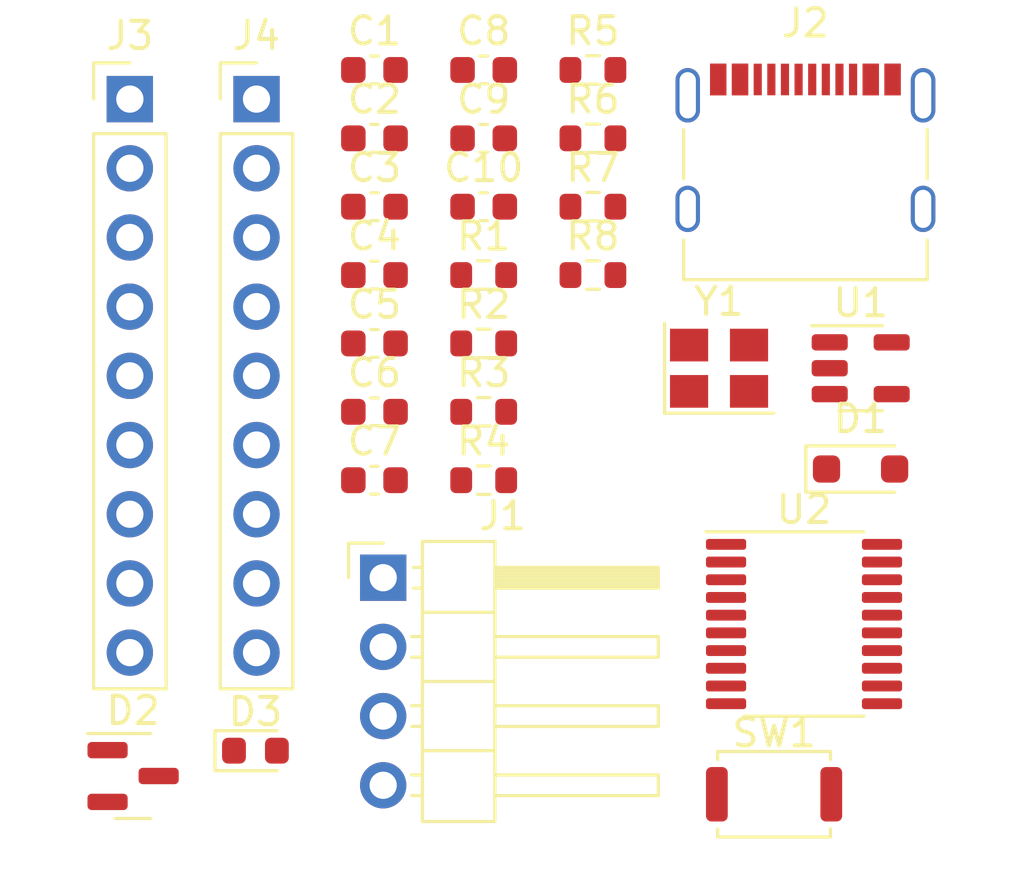
<source format=kicad_pcb>
(kicad_pcb (version 20221018) (generator pcbnew)
  (layers (0 "F.Cu" signal) (31 "B.Cu" signal) (34 "B.Paste" user) (35 "F.Paste" user) (36 "B.SilkS" user "B.Silkscreen") (37 "F.SilkS" user "F.Silkscreen") (38 "B.Mask" user) (39 "F.Mask" user) (44 "Edge.Cuts" user))
  (net 0 "")
  (net 1 "Net-(J2-SHIELD)")
  (net 2 "GND")
  (net 3 "+5V")
  (net 4 "HSE_IN")
  (net 5 "HSE_OUT")
  (net 6 "+3.3VA")
  (net 7 "Net-(U2-NRST)")
  (net 8 "+3.3V")
  (net 9 "Net-(D1-A)")
  (net 10 "Net-(J1-Pin_1)")
  (net 11 "PA0")
  (net 12 "Net-(D3-A)")
  (net 13 "SWDIO")
  (net 14 "SWCLK")
  (net 15 "Net-(J2-CC1)")
  (net 16 "USB_DP")
  (net 17 "USB_DM")
  (net 19 "Net-(J2-CC2)")
  (net 21 "NRST")
  (net 22 "PA1")
  (net 23 "PA2")
  (net 24 "PA3")
  (net 25 "PA4")
  (net 26 "PB1")
  (net 27 "PA7")
  (net 28 "PA6")
  (net 29 "PA5")
  (net 30 "BOOT0")
  (net 31 "Net-(U1-CE)")
  (net 32 "PA13")
  (net 33 "PA14")
  (footprint "Resistor_SMD:R_0603_1608Metric" (layer "F.Cu") (at 81.42 63.49)
    (fp_text reference "R8" (at 0 -1.43) (layer "F.SilkS"))
    (fp_text value "1k")
    (fp_line (start -0.237258 -0.5225) (end 0.237258 -0.5225) (stroke (width 0.12)) (layer "F.SilkS"))
    (fp_line (start -0.237258 0.5225) (end 0.237258 0.5225) (stroke (width 0.12)) (layer "F.SilkS"))
    (pad "1" smd roundrect (at -0.825 0) (size 0.8 0.95) (layers "F.Cu" "F.Paste" "F.Mask") (net 8 "+3.3V"))
    (pad "2" smd roundrect (at 0.825 0) (size 0.8 0.95) (layers "F.Cu" "F.Paste" "F.Mask") (net 12 "Net-(D3-A)"))
  )
  (footprint "Diode_SMD:D_SOD-323_HandSoldering" (layer "F.Cu") (at 91.245 70.61)
    (fp_text reference "D1" (at 0 -1.85) (layer "F.SilkS"))
    (fp_text value "1N5819WS")
    (fp_line (start -2.01 -0.85) (end -2.01 0.85) (stroke (width 0.12)) (layer "F.SilkS"))
    (fp_line (start -2.01 -0.85) (end 1.25 -0.85) (stroke (width 0.12)) (layer "F.SilkS"))
    (fp_line (start -2.01 0.85) (end 1.25 0.85) (stroke (width 0.12)) (layer "F.SilkS"))
    (pad "1" smd roundrect (at -1.25 0) (size 1 1) (layers "F.Cu" "F.Paste" "F.Mask") (net 3 "+5V"))
    (pad "2" smd roundrect (at 1.25 0) (size 1 1) (layers "F.Cu" "F.Paste" "F.Mask") (net 9 "Net-(D1-A)"))
  )
  (footprint "Capacitor_SMD:C_0603_1608Metric" (layer "F.Cu") (at 73.4 58.47)
    (fp_text reference "C2" (at 0 -1.43) (layer "F.SilkS"))
    (fp_text value "10uF")
    (fp_line (start -0.14058 -0.51) (end 0.14058 -0.51) (stroke (width 0.12)) (layer "F.SilkS"))
    (fp_line (start -0.14058 0.51) (end 0.14058 0.51) (stroke (width 0.12)) (layer "F.SilkS"))
    (pad "1" smd roundrect (at -0.775 0) (size 0.9 0.95) (layers "F.Cu" "F.Paste" "F.Mask") (net 2 "GND"))
    (pad "2" smd roundrect (at 0.775 0) (size 0.9 0.95) (layers "F.Cu" "F.Paste" "F.Mask") (net 3 "+5V"))
  )
  (footprint "Resistor_SMD:R_0603_1608Metric" (layer "F.Cu") (at 77.41 71.02)
    (fp_text reference "R4" (at 0 -1.43) (layer "F.SilkS"))
    (fp_text value "5.1k")
    (fp_line (start -0.237258 -0.5225) (end 0.237258 -0.5225) (stroke (width 0.12)) (layer "F.SilkS"))
    (fp_line (start -0.237258 0.5225) (end 0.237258 0.5225) (stroke (width 0.12)) (layer "F.SilkS"))
    (pad "1" smd roundrect (at -0.825 0) (size 0.8 0.95) (layers "F.Cu" "F.Paste" "F.Mask") (net 19 "Net-(J2-CC2)"))
    (pad "2" smd roundrect (at 0.825 0) (size 0.8 0.95) (layers "F.Cu" "F.Paste" "F.Mask") (net 2 "GND"))
  )
  (footprint "Crystal:Crystal_SMD_3225-4Pin_3.2x2.5mm" (layer "F.Cu") (at 86.05 66.91)
    (fp_text reference "Y1" (at 0 -2.45) (layer "F.SilkS"))
    (fp_text value "8 MHz")
    (fp_line (start -2 -1.65) (end -2 1.65) (stroke (width 0.12)) (layer "F.SilkS"))
    (fp_line (start -2 1.65) (end 2 1.65) (stroke (width 0.12)) (layer "F.SilkS"))
    (pad "1" smd rect (at -1.1 0.85) (size 1.4 1.2) (layers "F.Cu" "F.Paste" "F.Mask") (net 5 "HSE_OUT"))
    (pad "2" smd rect (at 1.1 0.85) (size 1.4 1.2) (layers "F.Cu" "F.Paste" "F.Mask") (net 2 "GND"))
    (pad "3" smd rect (at 1.1 -0.85) (size 1.4 1.2) (layers "F.Cu" "F.Paste" "F.Mask") (net 4 "HSE_IN"))
    (pad "4" smd rect (at -1.1 -0.85) (size 1.4 1.2) (layers "F.Cu" "F.Paste" "F.Mask") (net 2 "GND"))
  )
  (footprint "Package_TO_SOT_SMD:SOT-23-5" (layer "F.Cu") (at 91.25 66.91)
    (fp_text reference "U1" (at 0 -2.4) (layer "F.SilkS"))
    (fp_text value "XC6220B331MR")
    (fp_line (start 0 -1.56) (end -1.8 -1.56) (stroke (width 0.12)) (layer "F.SilkS"))
    (fp_line (start 0 -1.56) (end 0.8 -1.56) (stroke (width 0.12)) (layer "F.SilkS"))
    (fp_line (start 0 1.56) (end -0.8 1.56) (stroke (width 0.12)) (layer "F.SilkS"))
    (fp_line (start 0 1.56) (end 0.8 1.56) (stroke (width 0.12)) (layer "F.SilkS"))
    (pad "1" smd roundrect (at -1.1375 -0.95) (size 1.325 0.6) (layers "F.Cu" "F.Paste" "F.Mask") (net 3 "+5V"))
    (pad "2" smd roundrect (at -1.1375 0) (size 1.325 0.6) (layers "F.Cu" "F.Paste" "F.Mask") (net 2 "GND"))
    (pad "3" smd roundrect (at -1.1375 0.95) (size 1.325 0.6) (layers "F.Cu" "F.Paste" "F.Mask") (net 31 "Net-(U1-CE)"))
    (pad "4" smd roundrect (at 1.1375 0.95) (size 1.325 0.6) (layers "F.Cu" "F.Paste" "F.Mask"))
    (pad "5" smd roundrect (at 1.1375 -0.95) (size 1.325 0.6) (layers "F.Cu" "F.Paste" "F.Mask") (net 6 "+3.3VA"))
  )
  (footprint "Capacitor_SMD:C_0603_1608Metric" (layer "F.Cu") (at 73.4 68.51)
    (fp_text reference "C6" (at 0 -1.43) (layer "F.SilkS"))
    (fp_text value "100nF")
    (fp_line (start -0.14058 -0.51) (end 0.14058 -0.51) (stroke (width 0.12)) (layer "F.SilkS"))
    (fp_line (start -0.14058 0.51) (end 0.14058 0.51) (stroke (width 0.12)) (layer "F.SilkS"))
    (pad "1" smd roundrect (at -0.775 0) (size 0.9 0.95) (layers "F.Cu" "F.Paste" "F.Mask") (net 7 "Net-(U2-NRST)"))
    (pad "2" smd roundrect (at 0.775 0) (size 0.9 0.95) (layers "F.Cu" "F.Paste" "F.Mask") (net 2 "GND"))
  )
  (footprint "Capacitor_SMD:C_0603_1608Metric" (layer "F.Cu") (at 77.41 55.96)
    (fp_text reference "C8" (at 0 -1.43) (layer "F.SilkS"))
    (fp_text value "4.7uF")
    (fp_line (start -0.14058 -0.51) (end 0.14058 -0.51) (stroke (width 0.12)) (layer "F.SilkS"))
    (fp_line (start -0.14058 0.51) (end 0.14058 0.51) (stroke (width 0.12)) (layer "F.SilkS"))
    (pad "1" smd roundrect (at -0.775 0) (size 0.9 0.95) (layers "F.Cu" "F.Paste" "F.Mask") (net 8 "+3.3V"))
    (pad "2" smd roundrect (at 0.775 0) (size 0.9 0.95) (layers "F.Cu" "F.Paste" "F.Mask") (net 2 "GND"))
  )
  (footprint "Resistor_SMD:R_0603_1608Metric" (layer "F.Cu") (at 81.42 60.98)
    (fp_text reference "R7" (at 0 -1.43) (layer "F.SilkS"))
    (fp_text value "0")
    (fp_line (start -0.237258 -0.5225) (end 0.237258 -0.5225) (stroke (width 0.12)) (layer "F.SilkS"))
    (fp_line (start -0.237258 0.5225) (end 0.237258 0.5225) (stroke (width 0.12)) (layer "F.SilkS"))
    (pad "1" smd roundrect (at -0.825 0) (size 0.8 0.95) (layers "F.Cu" "F.Paste" "F.Mask") (net 33 "PA14"))
    (pad "2" smd roundrect (at 0.825 0) (size 0.8 0.95) (layers "F.Cu" "F.Paste" "F.Mask") (net 14 "SWCLK"))
  )
  (footprint "Resistor_SMD:R_0603_1608Metric" (layer "F.Cu") (at 81.42 58.47)
    (fp_text reference "R6" (at 0 -1.43) (layer "F.SilkS"))
    (fp_text value "0")
    (fp_line (start -0.237258 -0.5225) (end 0.237258 -0.5225) (stroke (width 0.12)) (layer "F.SilkS"))
    (fp_line (start -0.237258 0.5225) (end 0.237258 0.5225) (stroke (width 0.12)) (layer "F.SilkS"))
    (pad "1" smd roundrect (at -0.825 0) (size 0.8 0.95) (layers "F.Cu" "F.Paste" "F.Mask") (net 32 "PA13"))
    (pad "2" smd roundrect (at 0.825 0) (size 0.8 0.95) (layers "F.Cu" "F.Paste" "F.Mask") (net 13 "SWDIO"))
  )
  (footprint "Connector_PinHeader_2.54mm:PinHeader_1x04_P2.54mm_Horizontal" (layer "F.Cu") (at 73.72 74.6)
    (fp_text reference "J1" (at 4.385 -2.27) (layer "F.SilkS"))
    (fp_text value "STLINK")
    (fp_line (start -1.27 -1.27) (end 0 -1.27) (stroke (width 0.12)) (layer "F.SilkS"))
    (fp_line (start -1.27 0) (end -1.27 -1.27) (stroke (width 0.12)) (layer "F.SilkS"))
    (fp_line (start 1.042929 2.16) (end 1.44 2.16) (stroke (width 0.12)) (layer "F.SilkS"))
    (fp_line (start 1.042929 2.92) (end 1.44 2.92) (stroke (width 0.12)) (layer "F.SilkS"))
    (fp_line (start 1.042929 4.7) (end 1.44 4.7) (stroke (width 0.12)) (layer "F.SilkS"))
    (fp_line (start 1.042929 5.46) (end 1.44 5.46) (stroke (width 0.12)) (layer "F.SilkS"))
    (fp_line (start 1.042929 7.24) (end 1.44 7.24) (stroke (width 0.12)) (layer "F.SilkS"))
    (fp_line (start 1.042929 8) (end 1.44 8) (stroke (width 0.12)) (layer "F.SilkS"))
    (fp_line (start 1.11 -0.38) (end 1.44 -0.38) (stroke (width 0.12)) (layer "F.SilkS"))
    (fp_line (start 1.11 0.38) (end 1.44 0.38) (stroke (width 0.12)) (layer "F.SilkS"))
    (fp_line (start 1.44 -1.33) (end 1.44 8.95) (stroke (width 0.12)) (layer "F.SilkS"))
    (fp_line (start 1.44 1.27) (end 4.1 1.27) (stroke (width 0.12)) (layer "F.SilkS"))
    (fp_line (start 1.44 3.81) (end 4.1 3.81) (stroke (width 0.12)) (layer "F.SilkS"))
    (fp_line (start 1.44 6.35) (end 4.1 6.35) (stroke (width 0.12)) (layer "F.SilkS"))
    (fp_line (start 1.44 8.95) (end 4.1 8.95) (stroke (width 0.12)) (layer "F.SilkS"))
    (fp_line (start 4.1 -1.33) (end 1.44 -1.33) (stroke (width 0.12)) (layer "F.SilkS"))
    (fp_line (start 4.1 -0.38) (end 10.1 -0.38) (stroke (width 0.12)) (layer "F.SilkS"))
    (fp_line (start 4.1 -0.32) (end 10.1 -0.32) (stroke (width 0.12)) (layer "F.SilkS"))
    (fp_line (start 4.1 -0.2) (end 10.1 -0.2) (stroke (width 0.12)) (layer "F.SilkS"))
    (fp_line (start 4.1 -0.08) (end 10.1 -0.08) (stroke (width 0.12)) (layer "F.SilkS"))
    (fp_line (start 4.1 0.04) (end 10.1 0.04) (stroke (width 0.12)) (layer "F.SilkS"))
    (fp_line (start 4.1 0.16) (end 10.1 0.16) (stroke (width 0.12)) (layer "F.SilkS"))
    (fp_line (start 4.1 0.28) (end 10.1 0.28) (stroke (width 0.12)) (layer "F.SilkS"))
    (fp_line (start 4.1 2.16) (end 10.1 2.16) (stroke (width 0.12)) (layer "F.SilkS"))
    (fp_line (start 4.1 4.7) (end 10.1 4.7) (stroke (width 0.12)) (layer "F.SilkS"))
    (fp_line (start 4.1 7.24) (end 10.1 7.24) (stroke (width 0.12)) (layer "F.SilkS"))
    (fp_line (start 4.1 8.95) (end 4.1 -1.33) (stroke (width 0.12)) (layer "F.SilkS"))
    (fp_line (start 10.1 -0.38) (end 10.1 0.38) (stroke (width 0.12)) (layer "F.SilkS"))
    (fp_line (start 10.1 0.38) (end 4.1 0.38) (stroke (width 0.12)) (layer "F.SilkS"))
    (fp_line (start 10.1 2.16) (end 10.1 2.92) (stroke (width 0.12)) (layer "F.SilkS"))
    (fp_line (start 10.1 2.92) (end 4.1 2.92) (stroke (width 0.12)) (layer "F.SilkS"))
    (fp_line (start 10.1 4.7) (end 10.1 5.46) (stroke (width 0.12)) (layer "F.SilkS"))
    (fp_line (start 10.1 5.46) (end 4.1 5.46) (stroke (width 0.12)) (layer "F.SilkS"))
    (fp_line (start 10.1 7.24) (end 10.1 8) (stroke (width 0.12)) (layer "F.SilkS"))
    (fp_line (start 10.1 8) (end 4.1 8) (stroke (width 0.12)) (layer "F.SilkS"))
    (pad "1" thru_hole rect (at 0 0) (size 1.7 1.7) (drill 1) (layers "*.Cu" "*.Mask") (net 10 "Net-(J1-Pin_1)"))
    (pad "2" thru_hole oval (at 0 2.54) (size 1.7 1.7) (drill 1) (layers "*.Cu" "*.Mask") (net 13 "SWDIO"))
    (pad "3" thru_hole oval (at 0 5.08) (size 1.7 1.7) (drill 1) (layers "*.Cu" "*.Mask") (net 14 "SWCLK"))
    (pad "4" thru_hole oval (at 0 7.62) (size 1.7 1.7) (drill 1) (layers "*.Cu" "*.Mask") (net 2 "GND"))
  )
  (footprint "Resistor_SMD:R_0603_1608Metric" (layer "F.Cu") (at 77.41 66)
    (fp_text reference "R2" (at 0 -1.43) (layer "F.SilkS"))
    (fp_text value "10k")
    (fp_line (start -0.237258 -0.5225) (end 0.237258 -0.5225) (stroke (width 0.12)) (layer "F.SilkS"))
    (fp_line (start -0.237258 0.5225) (end 0.237258 0.5225) (stroke (width 0.12)) (layer "F.SilkS"))
    (pad "1" smd roundrect (at -0.825 0) (size 0.8 0.95) (layers "F.Cu" "F.Paste" "F.Mask") (net 2 "GND"))
    (pad "2" smd roundrect (at 0.825 0) (size 0.8 0.95) (layers "F.Cu" "F.Paste" "F.Mask") (net 30 "BOOT0"))
  )
  (footprint "Capacitor_SMD:C_0603_1608Metric" (layer "F.Cu") (at 77.41 60.98)
    (fp_text reference "C10" (at 0 -1.43) (layer "F.SilkS"))
    (fp_text value "1uF")
    (fp_line (start -0.14058 -0.51) (end 0.14058 -0.51) (stroke (width 0.12)) (layer "F.SilkS"))
    (fp_line (start -0.14058 0.51) (end 0.14058 0.51) (stroke (width 0.12)) (layer "F.SilkS"))
    (pad "1" smd roundrect (at -0.775 0) (size 0.9 0.95) (layers "F.Cu" "F.Paste" "F.Mask") (net 2 "GND"))
    (pad "2" smd roundrect (at 0.775 0) (size 0.9 0.95) (layers "F.Cu" "F.Paste" "F.Mask") (net 8 "+3.3V"))
  )
  (footprint "Package_TO_SOT_SMD:SOT-23" (layer "F.Cu") (at 64.54 81.88)
    (fp_text reference "D2" (at 0 -2.4) (layer "F.SilkS"))
    (fp_text value "BAT54C-KL3")
    (fp_line (start 0 -1.56) (end -1.675 -1.56) (stroke (width 0.12)) (layer "F.SilkS"))
    (fp_line (start 0 -1.56) (end 0.65 -1.56) (stroke (width 0.12)) (layer "F.SilkS"))
    (fp_line (start 0 1.56) (end -0.65 1.56) (stroke (width 0.12)) (layer "F.SilkS"))
    (fp_line (start 0 1.56) (end 0.65 1.56) (stroke (width 0.12)) (layer "F.SilkS"))
    (pad "1" smd roundrect (at -0.9375 -0.95) (size 1.475 0.6) (layers "F.Cu" "F.Paste" "F.Mask") (net 10 "Net-(J1-Pin_1)"))
    (pad "2" smd roundrect (at -0.9375 0.95) (size 1.475 0.6) (layers "F.Cu" "F.Paste" "F.Mask") (net 6 "+3.3VA"))
    (pad "3" smd roundrect (at 0.9375 0) (size 1.475 0.6) (layers "F.Cu" "F.Paste" "F.Mask") (net 8 "+3.3V"))
  )
  (footprint "Resistor_SMD:R_0603_1608Metric" (layer "F.Cu") (at 81.42 55.96)
    (fp_text reference "R5" (at 0 -1.43) (layer "F.SilkS"))
    (fp_text value "100k")
    (fp_line (start -0.237258 -0.5225) (end 0.237258 -0.5225) (stroke (width 0.12)) (layer "F.SilkS"))
    (fp_line (start -0.237258 0.5225) (end 0.237258 0.5225) (stroke (width 0.12)) (layer "F.SilkS"))
    (pad "1" smd roundrect (at -0.825 0) (size 0.8 0.95) (layers "F.Cu" "F.Paste" "F.Mask") (net 31 "Net-(U1-CE)"))
    (pad "2" smd roundrect (at 0.825 0) (size 0.8 0.95) (layers "F.Cu" "F.Paste" "F.Mask") (net 3 "+5V"))
  )
  (footprint "Package_SO:TSSOP-20_4.4x6.5mm_P0.65mm" (layer "F.Cu") (at 89.17 76.3)
    (fp_text reference "U2" (at 0 -4.2) (layer "F.SilkS"))
    (fp_text value "STM32F070F6Px")
    (fp_line (start 0 -3.385) (end -3.6 -3.385) (stroke (width 0.12)) (layer "F.SilkS"))
    (fp_line (start 0 -3.385) (end 2.2 -3.385) (stroke (width 0.12)) (layer "F.SilkS"))
    (fp_line (start 0 3.385) (end -2.2 3.385) (stroke (width 0.12)) (layer "F.SilkS"))
    (fp_line (start 0 3.385) (end 2.2 3.385) (stroke (width 0.12)) (layer "F.SilkS"))
    (pad "1" smd roundrect (at -2.8625 -2.925) (size 1.475 0.4) (layers "F.Cu" "F.Paste" "F.Mask") (net 30 "BOOT0"))
    (pad "2" smd roundrect (at -2.8625 -2.275) (size 1.475 0.4) (layers "F.Cu" "F.Paste" "F.Mask") (net 4 "HSE_IN"))
    (pad "3" smd roundrect (at -2.8625 -1.625) (size 1.475 0.4) (layers "F.Cu" "F.Paste" "F.Mask") (net 5 "HSE_OUT"))
    (pad "4" smd roundrect (at -2.8625 -0.975) (size 1.475 0.4) (layers "F.Cu" "F.Paste" "F.Mask") (net 7 "Net-(U2-NRST)"))
    (pad "5" smd roundrect (at -2.8625 -0.325) (size 1.475 0.4) (layers "F.Cu" "F.Paste" "F.Mask") (net 8 "+3.3V"))
    (pad "6" smd roundrect (at -2.8625 0.325) (size 1.475 0.4) (layers "F.Cu" "F.Paste" "F.Mask") (net 11 "PA0"))
    (pad "7" smd roundrect (at -2.8625 0.975) (size 1.475 0.4) (layers "F.Cu" "F.Paste" "F.Mask") (net 22 "PA1"))
    (pad "8" smd roundrect (at -2.8625 1.625) (size 1.475 0.4) (layers "F.Cu" "F.Paste" "F.Mask") (net 23 "PA2"))
    (pad "9" smd roundrect (at -2.8625 2.275) (size 1.475 0.4) (layers "F.Cu" "F.Paste" "F.Mask") (net 24 "PA3"))
    (pad "10" smd roundrect (at -2.8625 2.925) (size 1.475 0.4) (layers "F.Cu" "F.Paste" "F.Mask") (net 25 "PA4"))
    (pad "11" smd roundrect (at 2.8625 2.925) (size 1.475 0.4) (layers "F.Cu" "F.Paste" "F.Mask") (net 29 "PA5"))
    (pad "12" smd roundrect (at 2.8625 2.275) (size 1.475 0.4) (layers "F.Cu" "F.Paste" "F.Mask") (net 28 "PA6"))
    (pad "13" smd roundrect (at 2.8625 1.625) (size 1.475 0.4) (layers "F.Cu" "F.Paste" "F.Mask") (net 27 "PA7"))
    (pad "14" smd roundrect (at 2.8625 0.975) (size 1.475 0.4) (layers "F.Cu" "F.Paste" "F.Mask") (net 26 "PB1"))
    (pad "15" smd roundrect (at 2.8625 0.325) (size 1.475 0.4) (layers "F.Cu" "F.Paste" "F.Mask") (net 2 "GND"))
    (pad "16" smd roundrect (at 2.8625 -0.325) (size 1.475 0.4) (layers "F.Cu" "F.Paste" "F.Mask") (net 8 "+3.3V"))
    (pad "17" smd roundrect (at 2.8625 -0.975) (size 1.475 0.4) (layers "F.Cu" "F.Paste" "F.Mask") (net 17 "USB_DM"))
    (pad "18" smd roundrect (at 2.8625 -1.625) (size 1.475 0.4) (layers "F.Cu" "F.Paste" "F.Mask") (net 16 "USB_DP"))
    (pad "19" smd roundrect (at 2.8625 -2.275) (size 1.475 0.4) (layers "F.Cu" "F.Paste" "F.Mask") (net 13 "SWDIO"))
    (pad "20" smd roundrect (at 2.8625 -2.925) (size 1.475 0.4) (layers "F.Cu" "F.Paste" "F.Mask") (net 14 "SWCLK"))
  )
  (footprint "LED_SMD:LED_0603_1608Metric" (layer "F.Cu") (at 69.03 80.95)
    (fp_text reference "D3" (at 0 -1.43) (layer "F.SilkS"))
    (fp_text value "LED")
    (fp_line (start -1.485 -0.735) (end -1.485 0.735) (stroke (width 0.12)) (layer "F.SilkS"))
    (fp_line (start -1.485 0.735) (end 0.8 0.735) (stroke (width 0.12)) (layer "F.SilkS"))
    (fp_line (start 0.8 -0.735) (end -1.485 -0.735) (stroke (width 0.12)) (layer "F.SilkS"))
    (pad "1" smd roundrect (at -0.7875 0) (size 0.875 0.95) (layers "F.Cu" "F.Paste" "F.Mask") (net 11 "PA0"))
    (pad "2" smd roundrect (at 0.7875 0) (size 0.875 0.95) (layers "F.Cu" "F.Paste" "F.Mask") (net 12 "Net-(D3-A)"))
  )
  (footprint "Button_Switch_SMD:SW_Push_SPST_NO_Alps_SKRK" (layer "F.Cu") (at 88.07 82.55)
    (fp_text reference "SW1" (at 0 -2.25) (layer "F.SilkS"))
    (fp_text value "BOOT0")
    (fp_line (start -2.07 -1.57) (end 2.07 -1.57) (stroke (width 0.12)) (layer "F.SilkS"))
    (fp_line (start -2.07 -1.27) (end -2.07 -1.57) (stroke (width 0.12)) (layer "F.SilkS"))
    (fp_line (start -2.07 1.57) (end -2.07 1.27) (stroke (width 0.12)) (layer "F.SilkS"))
    (fp_line (start 2.07 -1.57) (end 2.07 -1.27) (stroke (width 0.12)) (layer "F.SilkS"))
    (fp_line (start 2.07 1.27) (end 2.07 1.57) (stroke (width 0.12)) (layer "F.SilkS"))
    (fp_line (start 2.07 1.57) (end -2.07 1.57) (stroke (width 0.12)) (layer "F.SilkS"))
    (pad "1" smd roundrect (at -2.1 0) (size 0.8 2) (layers "F.Cu" "F.Paste" "F.Mask") (net 8 "+3.3V"))
    (pad "2" smd roundrect (at 2.1 0) (size 0.8 2) (layers "F.Cu" "F.Paste" "F.Mask") (net 30 "BOOT0"))
  )
  (footprint "Capacitor_SMD:C_0603_1608Metric" (layer "F.Cu") (at 77.41 58.47)
    (fp_text reference "C9" (at 0 -1.43) (layer "F.SilkS"))
    (fp_text value "100nF")
    (fp_line (start -0.14058 -0.51) (end 0.14058 -0.51) (stroke (width 0.12)) (layer "F.SilkS"))
    (fp_line (start -0.14058 0.51) (end 0.14058 0.51) (stroke (width 0.12)) (layer "F.SilkS"))
    (pad "1" smd roundrect (at -0.775 0) (size 0.9 0.95) (layers "F.Cu" "F.Paste" "F.Mask") (net 2 "GND"))
    (pad "2" smd roundrect (at 0.775 0) (size 0.9 0.95) (layers "F.Cu" "F.Paste" "F.Mask") (net 8 "+3.3V"))
  )
  (footprint "Connector_PinHeader_2.54mm:PinHeader_1x09_P2.54mm_Vertical" (layer "F.Cu") (at 64.42 57.03)
    (fp_text reference "J3" (at 0 -2.33) (layer "F.SilkS"))
    (fp_text value "L")
    (fp_line (start -1.33 -1.33) (end 0 -1.33) (stroke (width 0.12)) (layer "F.SilkS"))
    (fp_line (start -1.33 0) (end -1.33 -1.33) (stroke (width 0.12)) (layer "F.SilkS"))
    (fp_line (start -1.33 1.27) (end -1.33 21.65) (stroke (width 0.12)) (layer "F.SilkS"))
    (fp_line (start -1.33 1.27) (end 1.33 1.27) (stroke (width 0.12)) (layer "F.SilkS"))
    (fp_line (start -1.33 21.65) (end 1.33 21.65) (stroke (width 0.12)) (layer "F.SilkS"))
    (fp_line (start 1.33 1.27) (end 1.33 21.65) (stroke (width 0.12)) (layer "F.SilkS"))
    (pad "1" thru_hole rect (at 0 0) (size 1.7 1.7) (drill 1) (layers "*.Cu" "*.Mask") (net 3 "+5V"))
    (pad "2" thru_hole oval (at 0 2.54) (size 1.7 1.7) (drill 1) (layers "*.Cu" "*.Mask") (net 21 "NRST"))
    (pad "3" thru_hole oval (at 0 5.08) (size 1.7 1.7) (drill 1) (layers "*.Cu" "*.Mask") (net 8 "+3.3V"))
    (pad "4" thru_hole oval (at 0 7.62) (size 1.7 1.7) (drill 1) (layers "*.Cu" "*.Mask") (net 11 "PA0"))
    (pad "5" thru_hole oval (at 0 10.16) (size 1.7 1.7) (drill 1) (layers "*.Cu" "*.Mask") (net 22 "PA1"))
    (pad "6" thru_hole oval (at 0 12.7) (size 1.7 1.7) (drill 1) (layers "*.Cu" "*.Mask") (net 23 "PA2"))
    (pad "7" thru_hole oval (at 0 15.24) (size 1.7 1.7) (drill 1) (layers "*.Cu" "*.Mask") (net 24 "PA3"))
    (pad "8" thru_hole oval (at 0 17.78) (size 1.7 1.7) (drill 1) (layers "*.Cu" "*.Mask") (net 25 "PA4"))
    (pad "9" thru_hole oval (at 0 20.32) (size 1.7 1.7) (drill 1) (layers "*.Cu" "*.Mask") (net 2 "GND"))
  )
  (footprint "Capacitor_SMD:C_0603_1608Metric" (layer "F.Cu") (at 73.4 60.98)
    (fp_text reference "C3" (at 0 -1.43) (layer "F.SilkS"))
    (fp_text value "8pF")
    (fp_line (start -0.14058 -0.51) (end 0.14058 -0.51) (stroke (width 0.12)) (layer "F.SilkS"))
    (fp_line (start -0.14058 0.51) (end 0.14058 0.51) (stroke (width 0.12)) (layer "F.SilkS"))
    (pad "1" smd roundrect (at -0.775 0) (size 0.9 0.95) (layers "F.Cu" "F.Paste" "F.Mask") (net 4 "HSE_IN"))
    (pad "2" smd roundrect (at 0.775 0) (size 0.9 0.95) (layers "F.Cu" "F.Paste" "F.Mask") (net 2 "GND"))
  )
  (footprint "Resistor_SMD:R_0603_1608Metric" (layer "F.Cu") (at 77.41 68.51)
    (fp_text reference "R3" (at 0 -1.43) (layer "F.SilkS"))
    (fp_text value "5.1k")
    (fp_line (start -0.237258 -0.5225) (end 0.237258 -0.5225) (stroke (width 0.12)) (layer "F.SilkS"))
    (fp_line (start -0.237258 0.5225) (end 0.237258 0.5225) (stroke (width 0.12)) (layer "F.SilkS"))
    (pad "1" smd roundrect (at -0.825 0) (size 0.8 0.95) (layers "F.Cu" "F.Paste" "F.Mask") (net 15 "Net-(J2-CC1)"))
    (pad "2" smd roundrect (at 0.825 0) (size 0.8 0.95) (layers "F.Cu" "F.Paste" "F.Mask") (net 2 "GND"))
  )
  (footprint "Resistor_SMD:R_0603_1608Metric" (layer "F.Cu") (at 77.41 63.49)
    (fp_text reference "R1" (at 0 -1.43) (layer "F.SilkS"))
    (fp_text value "56k")
    (fp_line (start -0.237258 -0.5225) (end 0.237258 -0.5225) (stroke (width 0.12)) (layer "F.SilkS"))
    (fp_line (start -0.237258 0.5225) (end 0.237258 0.5225) (stroke (width 0.12)) (layer "F.SilkS"))
    (pad "1" smd roundrect (at -0.825 0) (size 0.8 0.95) (layers "F.Cu" "F.Paste" "F.Mask") (net 1 "Net-(J2-SHIELD)"))
    (pad "2" smd roundrect (at 0.825 0) (size 0.8 0.95) (layers "F.Cu" "F.Paste" "F.Mask") (net 2 "GND"))
  )
  (footprint "Capacitor_SMD:C_0603_1608Metric" (layer "F.Cu") (at 73.4 55.96)
    (fp_text reference "C1" (at 0 -1.43) (layer "F.SilkS"))
    (fp_text value "4.7nF")
    (fp_line (start -0.14058 -0.51) (end 0.14058 -0.51) (stroke (width 0.12)) (layer "F.SilkS"))
    (fp_line (start -0.14058 0.51) (end 0.14058 0.51) (stroke (width 0.12)) (layer "F.SilkS"))
    (pad "1" smd roundrect (at -0.775 0) (size 0.9 0.95) (layers "F.Cu" "F.Paste" "F.Mask") (net 1 "Net-(J2-SHIELD)"))
    (pad "2" smd roundrect (at 0.775 0) (size 0.9 0.95) (layers "F.Cu" "F.Paste" "F.Mask") (net 2 "GND"))
  )
  (footprint "Capacitor_SMD:C_0603_1608Metric" (layer "F.Cu") (at 73.4 63.49)
    (fp_text reference "C4" (at 0 -1.43) (layer "F.SilkS"))
    (fp_text value "8pF")
    (fp_line (start -0.14058 -0.51) (end 0.14058 -0.51) (stroke (width 0.12)) (layer "F.SilkS"))
    (fp_line (start -0.14058 0.51) (end 0.14058 0.51) (stroke (width 0.12)) (layer "F.SilkS"))
    (pad "1" smd roundrect (at -0.775 0) (size 0.9 0.95) (layers "F.Cu" "F.Paste" "F.Mask") (net 5 "HSE_OUT"))
    (pad "2" smd roundrect (at 0.775 0) (size 0.9 0.95) (layers "F.Cu" "F.Paste" "F.Mask") (net 2 "GND"))
  )
  (footprint "Connector_PinHeader_2.54mm:PinHeader_1x09_P2.54mm_Vertical" (layer "F.Cu") (at 69.07 57.03)
    (fp_text reference "J4" (at 0 -2.33) (layer "F.SilkS"))
    (fp_text value "L")
    (fp_line (start -1.33 -1.33) (end 0 -1.33) (stroke (width 0.12)) (layer "F.SilkS"))
    (fp_line (start -1.33 0) (end -1.33 -1.33) (stroke (width 0.12)) (layer "F.SilkS"))
    (fp_line (start -1.33 1.27) (end -1.33 21.65) (stroke (width 0.12)) (layer "F.SilkS"))
    (fp_line (start -1.33 1.27) (end 1.33 1.27) (stroke (width 0.12)) (layer "F.SilkS"))
    (fp_line (start -1.33 21.65) (end 1.33 21.65) (stroke (width 0.12)) (layer "F.SilkS"))
    (fp_line (start 1.33 1.27) (end 1.33 21.65) (stroke (width 0.12)) (layer "F.SilkS"))
    (pad "1" thru_hole rect (at 0 0) (size 1.7 1.7) (drill 1) (layers "*.Cu" "*.Mask") (net 3 "+5V"))
    (pad "2" thru_hole oval (at 0 2.54) (size 1.7 1.7) (drill 1) (layers "*.Cu" "*.Mask") (net 2 "GND"))
    (pad "3" thru_hole oval (at 0 5.08) (size 1.7 1.7) (drill 1) (layers "*.Cu" "*.Mask") (net 8 "+3.3V"))
    (pad "4" thru_hole oval (at 0 7.62) (size 1.7 1.7) (drill 1) (layers "*.Cu" "*.Mask") (net 8 "+3.3V"))
    (pad "5" thru_hole oval (at 0 10.16) (size 1.7 1.7) (drill 1) (layers "*.Cu" "*.Mask") (net 2 "GND"))
    (pad "6" thru_hole oval (at 0 12.7) (size 1.7 1.7) (drill 1) (layers "*.Cu" "*.Mask") (net 26 "PB1"))
    (pad "7" thru_hole oval (at 0 15.24) (size 1.7 1.7) (drill 1) (layers "*.Cu" "*.Mask") (net 27 "PA7"))
    (pad "8" thru_hole oval (at 0 17.78) (size 1.7 1.7) (drill 1) (layers "*.Cu" "*.Mask") (net 28 "PA6"))
    (pad "9" thru_hole oval (at 0 20.32) (size 1.7 1.7) (drill 1) (layers "*.Cu" "*.Mask") (net 29 "PA5"))
  )
  (footprint "Capacitor_SMD:C_0603_1608Metric" (layer "F.Cu") (at 73.4 66)
    (fp_text reference "C5" (at 0 -1.43) (layer "F.SilkS"))
    (fp_text value "10uF")
    (fp_line (start -0.14058 -0.51) (end 0.14058 -0.51) (stroke (width 0.12)) (layer "F.SilkS"))
    (fp_line (start -0.14058 0.51) (end 0.14058 0.51) (stroke (width 0.12)) (layer "F.SilkS"))
    (pad "1" smd roundrect (at -0.775 0) (size 0.9 0.95) (layers "F.Cu" "F.Paste" "F.Mask") (net 2 "GND"))
    (pad "2" smd roundrect (at 0.775 0) (size 0.9 0.95) (layers "F.Cu" "F.Paste" "F.Mask") (net 6 "+3.3VA"))
  )
  (footprint "Connector_USB:USB_C_Receptacle_Palconn_UTC16-G" (layer "F.Cu") (at 89.22 58.82)
    (fp_text reference "J2" (at 0 -4.58) (layer "F.SilkS"))
    (fp_text value "USB_C_REC_16PIN")
    (fp_line (start -4.47 -0.67) (end -4.47 1.13) (stroke (width 0.12)) (layer "F.SilkS"))
    (fp_line (start -4.47 4.84) (end -4.47 3.38) (stroke (width 0.12)) (layer "F.SilkS"))
    (fp_line (start 4.47 -0.67) (end 4.47 1.13) (stroke (width 0.12)) (layer "F.SilkS"))
    (fp_line (start 4.47 4.84) (end -4.47 4.84) (stroke (width 0.12)) (layer "F.SilkS"))
    (fp_line (start 4.47 4.84) (end 4.47 3.38) (stroke (width 0.12)) (layer "F.SilkS"))
    (pad "" np_thru_hole circle (at -2.89 -1.45 180) (size 0.6 0.6) (drill 0.6) (layers "*.Cu" "*.Mask"))
    (pad "" np_thru_hole circle (at 2.89 -1.45 180) (size 0.6 0.6) (drill 0.6) (layers "*.Cu" "*.Mask"))
    (pad "A1" smd rect (at -3.2 -2.51) (size 0.6 1.16) (layers "F.Cu" "F.Paste" "F.Mask") (net 2 "GND"))
    (pad "A4" smd rect (at -2.4 -2.51) (size 0.6 1.16) (layers "F.Cu" "F.Paste" "F.Mask") (net 9 "Net-(D1-A)"))
    (pad "A5" smd rect (at -1.25 -2.51 180) (size 0.3 1.16) (layers "F.Cu" "F.Paste" "F.Mask") (net 15 "Net-(J2-CC1)"))
    (pad "A6" smd rect (at -0.25 -2.51 180) (size 0.3 1.16) (layers "F.Cu" "F.Paste" "F.Mask") (net 16 "USB_DP"))
    (pad "A7" smd rect (at 0.25 -2.51 180) (size 0.3 1.16) (layers "F.Cu" "F.Paste" "F.Mask") (net 17 "USB_DM"))
    (pad "A8" smd rect (at 1.25 -2.51 180) (size 0.3 1.16) (layers "F.Cu" "F.Paste" "F.Mask"))
    (pad "A9" smd rect (at 2.4 -2.51) (size 0.6 1.16) (layers "F.Cu" "F.Paste" "F.Mask") (net 9 "Net-(D1-A)"))
    (pad "A12" smd rect (at 3.2 -2.51) (size 0.6 1.16) (layers "F.Cu" "F.Paste" "F.Mask") (net 2 "GND"))
    (pad "B1" smd rect (at 3.2 -2.51) (size 0.6 1.16) (layers "F.Cu" "F.Paste" "F.Mask") (net 2 "GND"))
    (pad "B4" smd rect (at 2.4 -2.51) (size 0.6 1.16) (layers "F.Cu" "F.Paste" "F.Mask") (net 9 "Net-(D1-A)"))
    (pad "B5" smd rect (at 1.75 -2.51 180) (size 0.3 1.16) (layers "F.Cu" "F.Paste" "F.Mask") (net 19 "Net-(J2-CC2)"))
    (pad "B6" smd rect (at 0.75 -2.51 180) (size 0.3 1.16) (layers "F.Cu" "F.Paste" "F.Mask") (net 16 "USB_DP"))
    (pad "B7" smd rect (at -0.75 -2.51 180) (size 0.3 1.16) (layers "F.Cu" "F.Paste" "F.Mask") (net 17 "USB_DM"))
    (pad "B8" smd rect (at -1.75 -2.51 180) (size 0.3 1.16) (layers "F.Cu" "F.Paste" "F.Mask"))
    (pad "B9" smd rect (at -2.4 -2.51) (size 0.6 1.16) (layers "F.Cu" "F.Paste" "F.Mask") (net 9 "Net-(D1-A)"))
    (pad "B12" smd rect (at -3.2 -2.51) (size 0.6 1.16) (layers "F.Cu" "F.Paste" "F.Mask") (net 2 "GND"))
    (pad "S1" thru_hole oval (at -4.32 -1.93 90) (size 2 0.9) (drill oval 1.7 0.6) (layers "*.Cu" "*.Mask") (net 1 "Net-(J2-SHIELD)"))
    (pad "S1" thru_hole oval (at -4.32 2.24 90) (size 1.7 0.9) (drill oval 1.4 0.6) (layers "*.Cu" "*.Mask") (net 1 "Net-(J2-SHIELD)"))
    (pad "S1" thru_hole oval (at 4.32 -1.93 90) (size 2 0.9) (drill oval 1.7 0.6) (layers "*.Cu" "*.Mask") (net 1 "Net-(J2-SHIELD)"))
    (pad "S1" thru_hole oval (at 4.32 2.24 90) (size 1.7 0.9) (drill oval 1.4 0.6) (layers "*.Cu" "*.Mask") (net 1 "Net-(J2-SHIELD)"))
  )
  (footprint "Capacitor_SMD:C_0603_1608Metric" (layer "F.Cu") (at 73.4 71.02)
    (fp_text reference "C7" (at 0 -1.43) (layer "F.SilkS"))
    (fp_text value "100nF")
    (fp_line (start -0.14058 -0.51) (end 0.14058 -0.51) (stroke (width 0.12)) (layer "F.SilkS"))
    (fp_line (start -0.14058 0.51) (end 0.14058 0.51) (stroke (width 0.12)) (layer "F.SilkS"))
    (pad "1" smd roundrect (at -0.775 0) (size 0.9 0.95) (layers "F.Cu" "F.Paste" "F.Mask") (net 8 "+3.3V"))
    (pad "2" smd roundrect (at 0.775 0) (size 0.9 0.95) (layers "F.Cu" "F.Paste" "F.Mask") (net 2 "GND"))
  )
)
</source>
